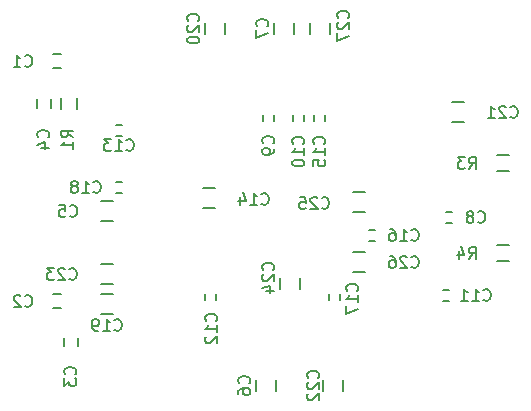
<source format=gbr>
G04 #@! TF.FileFunction,Legend,Bot*
%FSLAX46Y46*%
G04 Gerber Fmt 4.6, Leading zero omitted, Abs format (unit mm)*
G04 Created by KiCad (PCBNEW (2015-05-28 BZR 5689)-product) date Wed Jul 29 02:52:55 2015*
%MOMM*%
G01*
G04 APERTURE LIST*
%ADD10C,0.100000*%
%ADD11C,0.150000*%
G04 APERTURE END LIST*
D10*
D11*
X193263000Y-44104000D02*
X192563000Y-44104000D01*
X192563000Y-45304000D02*
X193263000Y-45304000D01*
X193263000Y-64424000D02*
X192563000Y-64424000D01*
X192563000Y-65624000D02*
X193263000Y-65624000D01*
X193456000Y-68103000D02*
X193456000Y-68803000D01*
X194656000Y-68803000D02*
X194656000Y-68103000D01*
X191170000Y-47910000D02*
X191170000Y-48610000D01*
X192370000Y-48610000D02*
X192370000Y-47910000D01*
X196604000Y-56554000D02*
X197604000Y-56554000D01*
X197604000Y-58254000D02*
X196604000Y-58254000D01*
X209716000Y-72636000D02*
X209716000Y-71636000D01*
X211416000Y-71636000D02*
X211416000Y-72636000D01*
X212940000Y-41410000D02*
X212940000Y-42410000D01*
X211240000Y-42410000D02*
X211240000Y-41410000D01*
X226310000Y-58387000D02*
X225810000Y-58387000D01*
X225810000Y-57437000D02*
X226310000Y-57437000D01*
X210345000Y-49780000D02*
X210345000Y-49280000D01*
X211295000Y-49280000D02*
X211295000Y-49780000D01*
X212885000Y-49780000D02*
X212885000Y-49280000D01*
X213835000Y-49280000D02*
X213835000Y-49780000D01*
X226056000Y-64991000D02*
X225556000Y-64991000D01*
X225556000Y-64041000D02*
X226056000Y-64041000D01*
X206342000Y-64393000D02*
X206342000Y-64893000D01*
X205392000Y-64893000D02*
X205392000Y-64393000D01*
X197870000Y-50071000D02*
X198370000Y-50071000D01*
X198370000Y-51021000D02*
X197870000Y-51021000D01*
X206240000Y-57111000D02*
X205240000Y-57111000D01*
X205240000Y-55411000D02*
X206240000Y-55411000D01*
X214663000Y-49780000D02*
X214663000Y-49280000D01*
X215613000Y-49280000D02*
X215613000Y-49780000D01*
X219333000Y-58961000D02*
X219833000Y-58961000D01*
X219833000Y-59911000D02*
X219333000Y-59911000D01*
X216883000Y-64393000D02*
X216883000Y-64893000D01*
X215933000Y-64893000D02*
X215933000Y-64393000D01*
X197870000Y-54897000D02*
X198370000Y-54897000D01*
X198370000Y-55847000D02*
X197870000Y-55847000D01*
X196604000Y-64428000D02*
X197604000Y-64428000D01*
X197604000Y-66128000D02*
X196604000Y-66128000D01*
X207098000Y-41410000D02*
X207098000Y-42410000D01*
X205398000Y-42410000D02*
X205398000Y-41410000D01*
X227322000Y-49872000D02*
X226322000Y-49872000D01*
X226322000Y-48172000D02*
X227322000Y-48172000D01*
X215431000Y-72636000D02*
X215431000Y-71636000D01*
X217131000Y-71636000D02*
X217131000Y-72636000D01*
X196604000Y-61888000D02*
X197604000Y-61888000D01*
X197604000Y-63588000D02*
X196604000Y-63588000D01*
X213448000Y-63000000D02*
X213448000Y-64000000D01*
X211748000Y-64000000D02*
X211748000Y-63000000D01*
X217940000Y-55792000D02*
X218940000Y-55792000D01*
X218940000Y-57492000D02*
X217940000Y-57492000D01*
X217940000Y-60872000D02*
X218940000Y-60872000D01*
X218940000Y-62572000D02*
X217940000Y-62572000D01*
X215988000Y-41410000D02*
X215988000Y-42410000D01*
X214288000Y-42410000D02*
X214288000Y-41410000D01*
X193254000Y-47760000D02*
X193254000Y-48760000D01*
X194604000Y-48760000D02*
X194604000Y-47760000D01*
X231132000Y-52665000D02*
X230132000Y-52665000D01*
X230132000Y-54015000D02*
X231132000Y-54015000D01*
X231132000Y-60285000D02*
X230132000Y-60285000D01*
X230132000Y-61635000D02*
X231132000Y-61635000D01*
X190158666Y-45061143D02*
X190206285Y-45108762D01*
X190349142Y-45156381D01*
X190444380Y-45156381D01*
X190587238Y-45108762D01*
X190682476Y-45013524D01*
X190730095Y-44918286D01*
X190777714Y-44727810D01*
X190777714Y-44584952D01*
X190730095Y-44394476D01*
X190682476Y-44299238D01*
X190587238Y-44204000D01*
X190444380Y-44156381D01*
X190349142Y-44156381D01*
X190206285Y-44204000D01*
X190158666Y-44251619D01*
X189206285Y-45156381D02*
X189777714Y-45156381D01*
X189492000Y-45156381D02*
X189492000Y-44156381D01*
X189587238Y-44299238D01*
X189682476Y-44394476D01*
X189777714Y-44442095D01*
X190158666Y-65381143D02*
X190206285Y-65428762D01*
X190349142Y-65476381D01*
X190444380Y-65476381D01*
X190587238Y-65428762D01*
X190682476Y-65333524D01*
X190730095Y-65238286D01*
X190777714Y-65047810D01*
X190777714Y-64904952D01*
X190730095Y-64714476D01*
X190682476Y-64619238D01*
X190587238Y-64524000D01*
X190444380Y-64476381D01*
X190349142Y-64476381D01*
X190206285Y-64524000D01*
X190158666Y-64571619D01*
X189777714Y-64571619D02*
X189730095Y-64524000D01*
X189634857Y-64476381D01*
X189396761Y-64476381D01*
X189301523Y-64524000D01*
X189253904Y-64571619D01*
X189206285Y-64666857D01*
X189206285Y-64762095D01*
X189253904Y-64904952D01*
X189825333Y-65476381D01*
X189206285Y-65476381D01*
X194413143Y-71207334D02*
X194460762Y-71159715D01*
X194508381Y-71016858D01*
X194508381Y-70921620D01*
X194460762Y-70778762D01*
X194365524Y-70683524D01*
X194270286Y-70635905D01*
X194079810Y-70588286D01*
X193936952Y-70588286D01*
X193746476Y-70635905D01*
X193651238Y-70683524D01*
X193556000Y-70778762D01*
X193508381Y-70921620D01*
X193508381Y-71016858D01*
X193556000Y-71159715D01*
X193603619Y-71207334D01*
X193508381Y-71540667D02*
X193508381Y-72159715D01*
X193889333Y-71826381D01*
X193889333Y-71969239D01*
X193936952Y-72064477D01*
X193984571Y-72112096D01*
X194079810Y-72159715D01*
X194317905Y-72159715D01*
X194413143Y-72112096D01*
X194460762Y-72064477D01*
X194508381Y-71969239D01*
X194508381Y-71683524D01*
X194460762Y-71588286D01*
X194413143Y-71540667D01*
X192127143Y-51141334D02*
X192174762Y-51093715D01*
X192222381Y-50950858D01*
X192222381Y-50855620D01*
X192174762Y-50712762D01*
X192079524Y-50617524D01*
X191984286Y-50569905D01*
X191793810Y-50522286D01*
X191650952Y-50522286D01*
X191460476Y-50569905D01*
X191365238Y-50617524D01*
X191270000Y-50712762D01*
X191222381Y-50855620D01*
X191222381Y-50950858D01*
X191270000Y-51093715D01*
X191317619Y-51141334D01*
X191555714Y-51998477D02*
X192222381Y-51998477D01*
X191174762Y-51760381D02*
X191889048Y-51522286D01*
X191889048Y-52141334D01*
X193968666Y-57761143D02*
X194016285Y-57808762D01*
X194159142Y-57856381D01*
X194254380Y-57856381D01*
X194397238Y-57808762D01*
X194492476Y-57713524D01*
X194540095Y-57618286D01*
X194587714Y-57427810D01*
X194587714Y-57284952D01*
X194540095Y-57094476D01*
X194492476Y-56999238D01*
X194397238Y-56904000D01*
X194254380Y-56856381D01*
X194159142Y-56856381D01*
X194016285Y-56904000D01*
X193968666Y-56951619D01*
X193063904Y-56856381D02*
X193540095Y-56856381D01*
X193587714Y-57332571D01*
X193540095Y-57284952D01*
X193444857Y-57237333D01*
X193206761Y-57237333D01*
X193111523Y-57284952D01*
X193063904Y-57332571D01*
X193016285Y-57427810D01*
X193016285Y-57665905D01*
X193063904Y-57761143D01*
X193111523Y-57808762D01*
X193206761Y-57856381D01*
X193444857Y-57856381D01*
X193540095Y-57808762D01*
X193587714Y-57761143D01*
X209145143Y-71969334D02*
X209192762Y-71921715D01*
X209240381Y-71778858D01*
X209240381Y-71683620D01*
X209192762Y-71540762D01*
X209097524Y-71445524D01*
X209002286Y-71397905D01*
X208811810Y-71350286D01*
X208668952Y-71350286D01*
X208478476Y-71397905D01*
X208383238Y-71445524D01*
X208288000Y-71540762D01*
X208240381Y-71683620D01*
X208240381Y-71778858D01*
X208288000Y-71921715D01*
X208335619Y-71969334D01*
X208240381Y-72826477D02*
X208240381Y-72636000D01*
X208288000Y-72540762D01*
X208335619Y-72493143D01*
X208478476Y-72397905D01*
X208668952Y-72350286D01*
X209049905Y-72350286D01*
X209145143Y-72397905D01*
X209192762Y-72445524D01*
X209240381Y-72540762D01*
X209240381Y-72731239D01*
X209192762Y-72826477D01*
X209145143Y-72874096D01*
X209049905Y-72921715D01*
X208811810Y-72921715D01*
X208716571Y-72874096D01*
X208668952Y-72826477D01*
X208621333Y-72731239D01*
X208621333Y-72540762D01*
X208668952Y-72445524D01*
X208716571Y-72397905D01*
X208811810Y-72350286D01*
X210669143Y-41743334D02*
X210716762Y-41695715D01*
X210764381Y-41552858D01*
X210764381Y-41457620D01*
X210716762Y-41314762D01*
X210621524Y-41219524D01*
X210526286Y-41171905D01*
X210335810Y-41124286D01*
X210192952Y-41124286D01*
X210002476Y-41171905D01*
X209907238Y-41219524D01*
X209812000Y-41314762D01*
X209764381Y-41457620D01*
X209764381Y-41552858D01*
X209812000Y-41695715D01*
X209859619Y-41743334D01*
X209764381Y-42076667D02*
X209764381Y-42743334D01*
X210764381Y-42314762D01*
X228512666Y-58269143D02*
X228560285Y-58316762D01*
X228703142Y-58364381D01*
X228798380Y-58364381D01*
X228941238Y-58316762D01*
X229036476Y-58221524D01*
X229084095Y-58126286D01*
X229131714Y-57935810D01*
X229131714Y-57792952D01*
X229084095Y-57602476D01*
X229036476Y-57507238D01*
X228941238Y-57412000D01*
X228798380Y-57364381D01*
X228703142Y-57364381D01*
X228560285Y-57412000D01*
X228512666Y-57459619D01*
X227941238Y-57792952D02*
X228036476Y-57745333D01*
X228084095Y-57697714D01*
X228131714Y-57602476D01*
X228131714Y-57554857D01*
X228084095Y-57459619D01*
X228036476Y-57412000D01*
X227941238Y-57364381D01*
X227750761Y-57364381D01*
X227655523Y-57412000D01*
X227607904Y-57459619D01*
X227560285Y-57554857D01*
X227560285Y-57602476D01*
X227607904Y-57697714D01*
X227655523Y-57745333D01*
X227750761Y-57792952D01*
X227941238Y-57792952D01*
X228036476Y-57840571D01*
X228084095Y-57888190D01*
X228131714Y-57983429D01*
X228131714Y-58173905D01*
X228084095Y-58269143D01*
X228036476Y-58316762D01*
X227941238Y-58364381D01*
X227750761Y-58364381D01*
X227655523Y-58316762D01*
X227607904Y-58269143D01*
X227560285Y-58173905D01*
X227560285Y-57983429D01*
X227607904Y-57888190D01*
X227655523Y-57840571D01*
X227750761Y-57792952D01*
X211177143Y-51649334D02*
X211224762Y-51601715D01*
X211272381Y-51458858D01*
X211272381Y-51363620D01*
X211224762Y-51220762D01*
X211129524Y-51125524D01*
X211034286Y-51077905D01*
X210843810Y-51030286D01*
X210700952Y-51030286D01*
X210510476Y-51077905D01*
X210415238Y-51125524D01*
X210320000Y-51220762D01*
X210272381Y-51363620D01*
X210272381Y-51458858D01*
X210320000Y-51601715D01*
X210367619Y-51649334D01*
X211272381Y-52125524D02*
X211272381Y-52316000D01*
X211224762Y-52411239D01*
X211177143Y-52458858D01*
X211034286Y-52554096D01*
X210843810Y-52601715D01*
X210462857Y-52601715D01*
X210367619Y-52554096D01*
X210320000Y-52506477D01*
X210272381Y-52411239D01*
X210272381Y-52220762D01*
X210320000Y-52125524D01*
X210367619Y-52077905D01*
X210462857Y-52030286D01*
X210700952Y-52030286D01*
X210796190Y-52077905D01*
X210843810Y-52125524D01*
X210891429Y-52220762D01*
X210891429Y-52411239D01*
X210843810Y-52506477D01*
X210796190Y-52554096D01*
X210700952Y-52601715D01*
X213717143Y-51681143D02*
X213764762Y-51633524D01*
X213812381Y-51490667D01*
X213812381Y-51395429D01*
X213764762Y-51252571D01*
X213669524Y-51157333D01*
X213574286Y-51109714D01*
X213383810Y-51062095D01*
X213240952Y-51062095D01*
X213050476Y-51109714D01*
X212955238Y-51157333D01*
X212860000Y-51252571D01*
X212812381Y-51395429D01*
X212812381Y-51490667D01*
X212860000Y-51633524D01*
X212907619Y-51681143D01*
X213812381Y-52633524D02*
X213812381Y-52062095D01*
X213812381Y-52347809D02*
X212812381Y-52347809D01*
X212955238Y-52252571D01*
X213050476Y-52157333D01*
X213098095Y-52062095D01*
X212812381Y-53252571D02*
X212812381Y-53347810D01*
X212860000Y-53443048D01*
X212907619Y-53490667D01*
X213002857Y-53538286D01*
X213193333Y-53585905D01*
X213431429Y-53585905D01*
X213621905Y-53538286D01*
X213717143Y-53490667D01*
X213764762Y-53443048D01*
X213812381Y-53347810D01*
X213812381Y-53252571D01*
X213764762Y-53157333D01*
X213717143Y-53109714D01*
X213621905Y-53062095D01*
X213431429Y-53014476D01*
X213193333Y-53014476D01*
X213002857Y-53062095D01*
X212907619Y-53109714D01*
X212860000Y-53157333D01*
X212812381Y-53252571D01*
X228988857Y-64873143D02*
X229036476Y-64920762D01*
X229179333Y-64968381D01*
X229274571Y-64968381D01*
X229417429Y-64920762D01*
X229512667Y-64825524D01*
X229560286Y-64730286D01*
X229607905Y-64539810D01*
X229607905Y-64396952D01*
X229560286Y-64206476D01*
X229512667Y-64111238D01*
X229417429Y-64016000D01*
X229274571Y-63968381D01*
X229179333Y-63968381D01*
X229036476Y-64016000D01*
X228988857Y-64063619D01*
X228036476Y-64968381D02*
X228607905Y-64968381D01*
X228322191Y-64968381D02*
X228322191Y-63968381D01*
X228417429Y-64111238D01*
X228512667Y-64206476D01*
X228607905Y-64254095D01*
X227084095Y-64968381D02*
X227655524Y-64968381D01*
X227369810Y-64968381D02*
X227369810Y-63968381D01*
X227465048Y-64111238D01*
X227560286Y-64206476D01*
X227655524Y-64254095D01*
X206351143Y-66667143D02*
X206398762Y-66619524D01*
X206446381Y-66476667D01*
X206446381Y-66381429D01*
X206398762Y-66238571D01*
X206303524Y-66143333D01*
X206208286Y-66095714D01*
X206017810Y-66048095D01*
X205874952Y-66048095D01*
X205684476Y-66095714D01*
X205589238Y-66143333D01*
X205494000Y-66238571D01*
X205446381Y-66381429D01*
X205446381Y-66476667D01*
X205494000Y-66619524D01*
X205541619Y-66667143D01*
X206446381Y-67619524D02*
X206446381Y-67048095D01*
X206446381Y-67333809D02*
X205446381Y-67333809D01*
X205589238Y-67238571D01*
X205684476Y-67143333D01*
X205732095Y-67048095D01*
X205541619Y-68000476D02*
X205494000Y-68048095D01*
X205446381Y-68143333D01*
X205446381Y-68381429D01*
X205494000Y-68476667D01*
X205541619Y-68524286D01*
X205636857Y-68571905D01*
X205732095Y-68571905D01*
X205874952Y-68524286D01*
X206446381Y-67952857D01*
X206446381Y-68571905D01*
X198762857Y-52173143D02*
X198810476Y-52220762D01*
X198953333Y-52268381D01*
X199048571Y-52268381D01*
X199191429Y-52220762D01*
X199286667Y-52125524D01*
X199334286Y-52030286D01*
X199381905Y-51839810D01*
X199381905Y-51696952D01*
X199334286Y-51506476D01*
X199286667Y-51411238D01*
X199191429Y-51316000D01*
X199048571Y-51268381D01*
X198953333Y-51268381D01*
X198810476Y-51316000D01*
X198762857Y-51363619D01*
X197810476Y-52268381D02*
X198381905Y-52268381D01*
X198096191Y-52268381D02*
X198096191Y-51268381D01*
X198191429Y-51411238D01*
X198286667Y-51506476D01*
X198381905Y-51554095D01*
X197477143Y-51268381D02*
X196858095Y-51268381D01*
X197191429Y-51649333D01*
X197048571Y-51649333D01*
X196953333Y-51696952D01*
X196905714Y-51744571D01*
X196858095Y-51839810D01*
X196858095Y-52077905D01*
X196905714Y-52173143D01*
X196953333Y-52220762D01*
X197048571Y-52268381D01*
X197334286Y-52268381D01*
X197429524Y-52220762D01*
X197477143Y-52173143D01*
X210192857Y-56745143D02*
X210240476Y-56792762D01*
X210383333Y-56840381D01*
X210478571Y-56840381D01*
X210621429Y-56792762D01*
X210716667Y-56697524D01*
X210764286Y-56602286D01*
X210811905Y-56411810D01*
X210811905Y-56268952D01*
X210764286Y-56078476D01*
X210716667Y-55983238D01*
X210621429Y-55888000D01*
X210478571Y-55840381D01*
X210383333Y-55840381D01*
X210240476Y-55888000D01*
X210192857Y-55935619D01*
X209240476Y-56840381D02*
X209811905Y-56840381D01*
X209526191Y-56840381D02*
X209526191Y-55840381D01*
X209621429Y-55983238D01*
X209716667Y-56078476D01*
X209811905Y-56126095D01*
X208383333Y-56173714D02*
X208383333Y-56840381D01*
X208621429Y-55792762D02*
X208859524Y-56507048D01*
X208240476Y-56507048D01*
X215495143Y-51681143D02*
X215542762Y-51633524D01*
X215590381Y-51490667D01*
X215590381Y-51395429D01*
X215542762Y-51252571D01*
X215447524Y-51157333D01*
X215352286Y-51109714D01*
X215161810Y-51062095D01*
X215018952Y-51062095D01*
X214828476Y-51109714D01*
X214733238Y-51157333D01*
X214638000Y-51252571D01*
X214590381Y-51395429D01*
X214590381Y-51490667D01*
X214638000Y-51633524D01*
X214685619Y-51681143D01*
X215590381Y-52633524D02*
X215590381Y-52062095D01*
X215590381Y-52347809D02*
X214590381Y-52347809D01*
X214733238Y-52252571D01*
X214828476Y-52157333D01*
X214876095Y-52062095D01*
X214590381Y-53538286D02*
X214590381Y-53062095D01*
X215066571Y-53014476D01*
X215018952Y-53062095D01*
X214971333Y-53157333D01*
X214971333Y-53395429D01*
X215018952Y-53490667D01*
X215066571Y-53538286D01*
X215161810Y-53585905D01*
X215399905Y-53585905D01*
X215495143Y-53538286D01*
X215542762Y-53490667D01*
X215590381Y-53395429D01*
X215590381Y-53157333D01*
X215542762Y-53062095D01*
X215495143Y-53014476D01*
X222892857Y-59793143D02*
X222940476Y-59840762D01*
X223083333Y-59888381D01*
X223178571Y-59888381D01*
X223321429Y-59840762D01*
X223416667Y-59745524D01*
X223464286Y-59650286D01*
X223511905Y-59459810D01*
X223511905Y-59316952D01*
X223464286Y-59126476D01*
X223416667Y-59031238D01*
X223321429Y-58936000D01*
X223178571Y-58888381D01*
X223083333Y-58888381D01*
X222940476Y-58936000D01*
X222892857Y-58983619D01*
X221940476Y-59888381D02*
X222511905Y-59888381D01*
X222226191Y-59888381D02*
X222226191Y-58888381D01*
X222321429Y-59031238D01*
X222416667Y-59126476D01*
X222511905Y-59174095D01*
X221083333Y-58888381D02*
X221273810Y-58888381D01*
X221369048Y-58936000D01*
X221416667Y-58983619D01*
X221511905Y-59126476D01*
X221559524Y-59316952D01*
X221559524Y-59697905D01*
X221511905Y-59793143D01*
X221464286Y-59840762D01*
X221369048Y-59888381D01*
X221178571Y-59888381D01*
X221083333Y-59840762D01*
X221035714Y-59793143D01*
X220988095Y-59697905D01*
X220988095Y-59459810D01*
X221035714Y-59364571D01*
X221083333Y-59316952D01*
X221178571Y-59269333D01*
X221369048Y-59269333D01*
X221464286Y-59316952D01*
X221511905Y-59364571D01*
X221559524Y-59459810D01*
X218289143Y-64127143D02*
X218336762Y-64079524D01*
X218384381Y-63936667D01*
X218384381Y-63841429D01*
X218336762Y-63698571D01*
X218241524Y-63603333D01*
X218146286Y-63555714D01*
X217955810Y-63508095D01*
X217812952Y-63508095D01*
X217622476Y-63555714D01*
X217527238Y-63603333D01*
X217432000Y-63698571D01*
X217384381Y-63841429D01*
X217384381Y-63936667D01*
X217432000Y-64079524D01*
X217479619Y-64127143D01*
X218384381Y-65079524D02*
X218384381Y-64508095D01*
X218384381Y-64793809D02*
X217384381Y-64793809D01*
X217527238Y-64698571D01*
X217622476Y-64603333D01*
X217670095Y-64508095D01*
X217384381Y-65412857D02*
X217384381Y-66079524D01*
X218384381Y-65650952D01*
X195968857Y-55729143D02*
X196016476Y-55776762D01*
X196159333Y-55824381D01*
X196254571Y-55824381D01*
X196397429Y-55776762D01*
X196492667Y-55681524D01*
X196540286Y-55586286D01*
X196587905Y-55395810D01*
X196587905Y-55252952D01*
X196540286Y-55062476D01*
X196492667Y-54967238D01*
X196397429Y-54872000D01*
X196254571Y-54824381D01*
X196159333Y-54824381D01*
X196016476Y-54872000D01*
X195968857Y-54919619D01*
X195016476Y-55824381D02*
X195587905Y-55824381D01*
X195302191Y-55824381D02*
X195302191Y-54824381D01*
X195397429Y-54967238D01*
X195492667Y-55062476D01*
X195587905Y-55110095D01*
X194445048Y-55252952D02*
X194540286Y-55205333D01*
X194587905Y-55157714D01*
X194635524Y-55062476D01*
X194635524Y-55014857D01*
X194587905Y-54919619D01*
X194540286Y-54872000D01*
X194445048Y-54824381D01*
X194254571Y-54824381D01*
X194159333Y-54872000D01*
X194111714Y-54919619D01*
X194064095Y-55014857D01*
X194064095Y-55062476D01*
X194111714Y-55157714D01*
X194159333Y-55205333D01*
X194254571Y-55252952D01*
X194445048Y-55252952D01*
X194540286Y-55300571D01*
X194587905Y-55348190D01*
X194635524Y-55443429D01*
X194635524Y-55633905D01*
X194587905Y-55729143D01*
X194540286Y-55776762D01*
X194445048Y-55824381D01*
X194254571Y-55824381D01*
X194159333Y-55776762D01*
X194111714Y-55729143D01*
X194064095Y-55633905D01*
X194064095Y-55443429D01*
X194111714Y-55348190D01*
X194159333Y-55300571D01*
X194254571Y-55252952D01*
X197746857Y-67413143D02*
X197794476Y-67460762D01*
X197937333Y-67508381D01*
X198032571Y-67508381D01*
X198175429Y-67460762D01*
X198270667Y-67365524D01*
X198318286Y-67270286D01*
X198365905Y-67079810D01*
X198365905Y-66936952D01*
X198318286Y-66746476D01*
X198270667Y-66651238D01*
X198175429Y-66556000D01*
X198032571Y-66508381D01*
X197937333Y-66508381D01*
X197794476Y-66556000D01*
X197746857Y-66603619D01*
X196794476Y-67508381D02*
X197365905Y-67508381D01*
X197080191Y-67508381D02*
X197080191Y-66508381D01*
X197175429Y-66651238D01*
X197270667Y-66746476D01*
X197365905Y-66794095D01*
X196318286Y-67508381D02*
X196127810Y-67508381D01*
X196032571Y-67460762D01*
X195984952Y-67413143D01*
X195889714Y-67270286D01*
X195842095Y-67079810D01*
X195842095Y-66698857D01*
X195889714Y-66603619D01*
X195937333Y-66556000D01*
X196032571Y-66508381D01*
X196223048Y-66508381D01*
X196318286Y-66556000D01*
X196365905Y-66603619D01*
X196413524Y-66698857D01*
X196413524Y-66936952D01*
X196365905Y-67032190D01*
X196318286Y-67079810D01*
X196223048Y-67127429D01*
X196032571Y-67127429D01*
X195937333Y-67079810D01*
X195889714Y-67032190D01*
X195842095Y-66936952D01*
X204827143Y-41267143D02*
X204874762Y-41219524D01*
X204922381Y-41076667D01*
X204922381Y-40981429D01*
X204874762Y-40838571D01*
X204779524Y-40743333D01*
X204684286Y-40695714D01*
X204493810Y-40648095D01*
X204350952Y-40648095D01*
X204160476Y-40695714D01*
X204065238Y-40743333D01*
X203970000Y-40838571D01*
X203922381Y-40981429D01*
X203922381Y-41076667D01*
X203970000Y-41219524D01*
X204017619Y-41267143D01*
X204017619Y-41648095D02*
X203970000Y-41695714D01*
X203922381Y-41790952D01*
X203922381Y-42029048D01*
X203970000Y-42124286D01*
X204017619Y-42171905D01*
X204112857Y-42219524D01*
X204208095Y-42219524D01*
X204350952Y-42171905D01*
X204922381Y-41600476D01*
X204922381Y-42219524D01*
X203922381Y-42838571D02*
X203922381Y-42933810D01*
X203970000Y-43029048D01*
X204017619Y-43076667D01*
X204112857Y-43124286D01*
X204303333Y-43171905D01*
X204541429Y-43171905D01*
X204731905Y-43124286D01*
X204827143Y-43076667D01*
X204874762Y-43029048D01*
X204922381Y-42933810D01*
X204922381Y-42838571D01*
X204874762Y-42743333D01*
X204827143Y-42695714D01*
X204731905Y-42648095D01*
X204541429Y-42600476D01*
X204303333Y-42600476D01*
X204112857Y-42648095D01*
X204017619Y-42695714D01*
X203970000Y-42743333D01*
X203922381Y-42838571D01*
X231274857Y-49379143D02*
X231322476Y-49426762D01*
X231465333Y-49474381D01*
X231560571Y-49474381D01*
X231703429Y-49426762D01*
X231798667Y-49331524D01*
X231846286Y-49236286D01*
X231893905Y-49045810D01*
X231893905Y-48902952D01*
X231846286Y-48712476D01*
X231798667Y-48617238D01*
X231703429Y-48522000D01*
X231560571Y-48474381D01*
X231465333Y-48474381D01*
X231322476Y-48522000D01*
X231274857Y-48569619D01*
X230893905Y-48569619D02*
X230846286Y-48522000D01*
X230751048Y-48474381D01*
X230512952Y-48474381D01*
X230417714Y-48522000D01*
X230370095Y-48569619D01*
X230322476Y-48664857D01*
X230322476Y-48760095D01*
X230370095Y-48902952D01*
X230941524Y-49474381D01*
X230322476Y-49474381D01*
X229370095Y-49474381D02*
X229941524Y-49474381D01*
X229655810Y-49474381D02*
X229655810Y-48474381D01*
X229751048Y-48617238D01*
X229846286Y-48712476D01*
X229941524Y-48760095D01*
X214987143Y-71493143D02*
X215034762Y-71445524D01*
X215082381Y-71302667D01*
X215082381Y-71207429D01*
X215034762Y-71064571D01*
X214939524Y-70969333D01*
X214844286Y-70921714D01*
X214653810Y-70874095D01*
X214510952Y-70874095D01*
X214320476Y-70921714D01*
X214225238Y-70969333D01*
X214130000Y-71064571D01*
X214082381Y-71207429D01*
X214082381Y-71302667D01*
X214130000Y-71445524D01*
X214177619Y-71493143D01*
X214177619Y-71874095D02*
X214130000Y-71921714D01*
X214082381Y-72016952D01*
X214082381Y-72255048D01*
X214130000Y-72350286D01*
X214177619Y-72397905D01*
X214272857Y-72445524D01*
X214368095Y-72445524D01*
X214510952Y-72397905D01*
X215082381Y-71826476D01*
X215082381Y-72445524D01*
X214177619Y-72826476D02*
X214130000Y-72874095D01*
X214082381Y-72969333D01*
X214082381Y-73207429D01*
X214130000Y-73302667D01*
X214177619Y-73350286D01*
X214272857Y-73397905D01*
X214368095Y-73397905D01*
X214510952Y-73350286D01*
X215082381Y-72778857D01*
X215082381Y-73397905D01*
X193936857Y-63095143D02*
X193984476Y-63142762D01*
X194127333Y-63190381D01*
X194222571Y-63190381D01*
X194365429Y-63142762D01*
X194460667Y-63047524D01*
X194508286Y-62952286D01*
X194555905Y-62761810D01*
X194555905Y-62618952D01*
X194508286Y-62428476D01*
X194460667Y-62333238D01*
X194365429Y-62238000D01*
X194222571Y-62190381D01*
X194127333Y-62190381D01*
X193984476Y-62238000D01*
X193936857Y-62285619D01*
X193555905Y-62285619D02*
X193508286Y-62238000D01*
X193413048Y-62190381D01*
X193174952Y-62190381D01*
X193079714Y-62238000D01*
X193032095Y-62285619D01*
X192984476Y-62380857D01*
X192984476Y-62476095D01*
X193032095Y-62618952D01*
X193603524Y-63190381D01*
X192984476Y-63190381D01*
X192651143Y-62190381D02*
X192032095Y-62190381D01*
X192365429Y-62571333D01*
X192222571Y-62571333D01*
X192127333Y-62618952D01*
X192079714Y-62666571D01*
X192032095Y-62761810D01*
X192032095Y-62999905D01*
X192079714Y-63095143D01*
X192127333Y-63142762D01*
X192222571Y-63190381D01*
X192508286Y-63190381D01*
X192603524Y-63142762D01*
X192651143Y-63095143D01*
X211177143Y-62349143D02*
X211224762Y-62301524D01*
X211272381Y-62158667D01*
X211272381Y-62063429D01*
X211224762Y-61920571D01*
X211129524Y-61825333D01*
X211034286Y-61777714D01*
X210843810Y-61730095D01*
X210700952Y-61730095D01*
X210510476Y-61777714D01*
X210415238Y-61825333D01*
X210320000Y-61920571D01*
X210272381Y-62063429D01*
X210272381Y-62158667D01*
X210320000Y-62301524D01*
X210367619Y-62349143D01*
X210367619Y-62730095D02*
X210320000Y-62777714D01*
X210272381Y-62872952D01*
X210272381Y-63111048D01*
X210320000Y-63206286D01*
X210367619Y-63253905D01*
X210462857Y-63301524D01*
X210558095Y-63301524D01*
X210700952Y-63253905D01*
X211272381Y-62682476D01*
X211272381Y-63301524D01*
X210605714Y-64158667D02*
X211272381Y-64158667D01*
X210224762Y-63920571D02*
X210939048Y-63682476D01*
X210939048Y-64301524D01*
X215298257Y-57100743D02*
X215345876Y-57148362D01*
X215488733Y-57195981D01*
X215583971Y-57195981D01*
X215726829Y-57148362D01*
X215822067Y-57053124D01*
X215869686Y-56957886D01*
X215917305Y-56767410D01*
X215917305Y-56624552D01*
X215869686Y-56434076D01*
X215822067Y-56338838D01*
X215726829Y-56243600D01*
X215583971Y-56195981D01*
X215488733Y-56195981D01*
X215345876Y-56243600D01*
X215298257Y-56291219D01*
X214917305Y-56291219D02*
X214869686Y-56243600D01*
X214774448Y-56195981D01*
X214536352Y-56195981D01*
X214441114Y-56243600D01*
X214393495Y-56291219D01*
X214345876Y-56386457D01*
X214345876Y-56481695D01*
X214393495Y-56624552D01*
X214964924Y-57195981D01*
X214345876Y-57195981D01*
X213441114Y-56195981D02*
X213917305Y-56195981D01*
X213964924Y-56672171D01*
X213917305Y-56624552D01*
X213822067Y-56576933D01*
X213583971Y-56576933D01*
X213488733Y-56624552D01*
X213441114Y-56672171D01*
X213393495Y-56767410D01*
X213393495Y-57005505D01*
X213441114Y-57100743D01*
X213488733Y-57148362D01*
X213583971Y-57195981D01*
X213822067Y-57195981D01*
X213917305Y-57148362D01*
X213964924Y-57100743D01*
X222892857Y-62079143D02*
X222940476Y-62126762D01*
X223083333Y-62174381D01*
X223178571Y-62174381D01*
X223321429Y-62126762D01*
X223416667Y-62031524D01*
X223464286Y-61936286D01*
X223511905Y-61745810D01*
X223511905Y-61602952D01*
X223464286Y-61412476D01*
X223416667Y-61317238D01*
X223321429Y-61222000D01*
X223178571Y-61174381D01*
X223083333Y-61174381D01*
X222940476Y-61222000D01*
X222892857Y-61269619D01*
X222511905Y-61269619D02*
X222464286Y-61222000D01*
X222369048Y-61174381D01*
X222130952Y-61174381D01*
X222035714Y-61222000D01*
X221988095Y-61269619D01*
X221940476Y-61364857D01*
X221940476Y-61460095D01*
X221988095Y-61602952D01*
X222559524Y-62174381D01*
X221940476Y-62174381D01*
X221083333Y-61174381D02*
X221273810Y-61174381D01*
X221369048Y-61222000D01*
X221416667Y-61269619D01*
X221511905Y-61412476D01*
X221559524Y-61602952D01*
X221559524Y-61983905D01*
X221511905Y-62079143D01*
X221464286Y-62126762D01*
X221369048Y-62174381D01*
X221178571Y-62174381D01*
X221083333Y-62126762D01*
X221035714Y-62079143D01*
X220988095Y-61983905D01*
X220988095Y-61745810D01*
X221035714Y-61650571D01*
X221083333Y-61602952D01*
X221178571Y-61555333D01*
X221369048Y-61555333D01*
X221464286Y-61602952D01*
X221511905Y-61650571D01*
X221559524Y-61745810D01*
X217527143Y-41013143D02*
X217574762Y-40965524D01*
X217622381Y-40822667D01*
X217622381Y-40727429D01*
X217574762Y-40584571D01*
X217479524Y-40489333D01*
X217384286Y-40441714D01*
X217193810Y-40394095D01*
X217050952Y-40394095D01*
X216860476Y-40441714D01*
X216765238Y-40489333D01*
X216670000Y-40584571D01*
X216622381Y-40727429D01*
X216622381Y-40822667D01*
X216670000Y-40965524D01*
X216717619Y-41013143D01*
X216717619Y-41394095D02*
X216670000Y-41441714D01*
X216622381Y-41536952D01*
X216622381Y-41775048D01*
X216670000Y-41870286D01*
X216717619Y-41917905D01*
X216812857Y-41965524D01*
X216908095Y-41965524D01*
X217050952Y-41917905D01*
X217622381Y-41346476D01*
X217622381Y-41965524D01*
X216622381Y-42298857D02*
X216622381Y-42965524D01*
X217622381Y-42536952D01*
X194254381Y-51141334D02*
X193778190Y-50808000D01*
X194254381Y-50569905D02*
X193254381Y-50569905D01*
X193254381Y-50950858D01*
X193302000Y-51046096D01*
X193349619Y-51093715D01*
X193444857Y-51141334D01*
X193587714Y-51141334D01*
X193682952Y-51093715D01*
X193730571Y-51046096D01*
X193778190Y-50950858D01*
X193778190Y-50569905D01*
X194254381Y-52093715D02*
X194254381Y-51522286D01*
X194254381Y-51808000D02*
X193254381Y-51808000D01*
X193397238Y-51712762D01*
X193492476Y-51617524D01*
X193540095Y-51522286D01*
X227750666Y-53792381D02*
X228084000Y-53316190D01*
X228322095Y-53792381D02*
X228322095Y-52792381D01*
X227941142Y-52792381D01*
X227845904Y-52840000D01*
X227798285Y-52887619D01*
X227750666Y-52982857D01*
X227750666Y-53125714D01*
X227798285Y-53220952D01*
X227845904Y-53268571D01*
X227941142Y-53316190D01*
X228322095Y-53316190D01*
X227417333Y-52792381D02*
X226798285Y-52792381D01*
X227131619Y-53173333D01*
X226988761Y-53173333D01*
X226893523Y-53220952D01*
X226845904Y-53268571D01*
X226798285Y-53363810D01*
X226798285Y-53601905D01*
X226845904Y-53697143D01*
X226893523Y-53744762D01*
X226988761Y-53792381D01*
X227274476Y-53792381D01*
X227369714Y-53744762D01*
X227417333Y-53697143D01*
X227750666Y-61412381D02*
X228084000Y-60936190D01*
X228322095Y-61412381D02*
X228322095Y-60412381D01*
X227941142Y-60412381D01*
X227845904Y-60460000D01*
X227798285Y-60507619D01*
X227750666Y-60602857D01*
X227750666Y-60745714D01*
X227798285Y-60840952D01*
X227845904Y-60888571D01*
X227941142Y-60936190D01*
X228322095Y-60936190D01*
X226893523Y-60745714D02*
X226893523Y-61412381D01*
X227131619Y-60364762D02*
X227369714Y-61079048D01*
X226750666Y-61079048D01*
M02*

</source>
